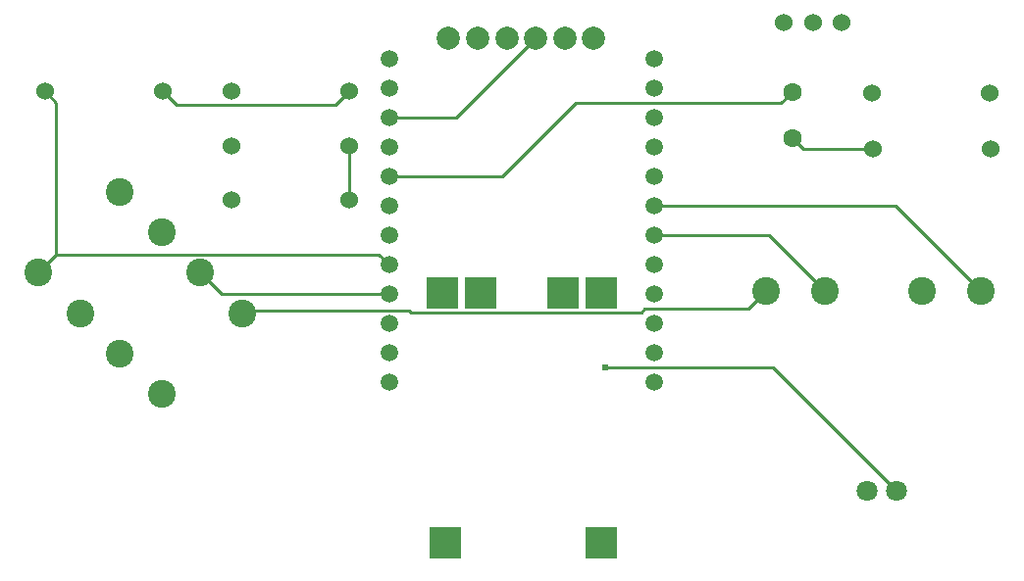
<source format=gtl>
G04 Layer: TopLayer*
G04 EasyEDA v6.4.19.5, 2021-06-24T18:33:29+08:00*
G04 aead1162afaa444bbc7f75adb803ea33,99b1a7aa48a248eb80d1c8c93250a523,10*
G04 Gerber Generator version 0.2*
G04 Scale: 100 percent, Rotated: No, Reflected: No *
G04 Dimensions in millimeters *
G04 leading zeros omitted , absolute positions ,4 integer and 5 decimal *
%FSLAX45Y45*%
%MOMM*%

%ADD11C,0.2600*%
%ADD12C,0.6100*%
%ADD13C,1.5240*%
%ADD15C,1.8000*%
%ADD16C,1.6000*%
%ADD17C,2.4000*%
%ADD18C,1.5000*%
%ADD19C,2.0000*%

%LPD*%
D11*
X5189474Y13982700D02*
G01*
X4503674Y13296900D01*
X3924300Y13296900D01*
X7175500Y11798300D02*
G01*
X7023100Y11645900D01*
X6130543Y11645900D01*
X6101841Y11617197D01*
X4109720Y11617197D01*
X4095241Y11631421D01*
X2681731Y11631421D01*
X2659125Y11609070D01*
X3924300Y11772900D02*
G01*
X2482850Y11772900D01*
X2293874Y11962129D01*
X1052576Y12117831D02*
G01*
X1052576Y13425424D01*
X952500Y13525500D01*
X3924300Y12026900D02*
G01*
X3833368Y12117831D01*
X1052576Y12117831D01*
X1052576Y12117831D02*
G01*
X896873Y11962129D01*
X8305800Y10071100D02*
G01*
X7234681Y11142218D01*
X5788913Y11142218D01*
X3581400Y12585700D02*
G01*
X3581400Y13055600D01*
X3581400Y13525500D02*
G01*
X3464052Y13407897D01*
X2086102Y13407897D01*
X1968500Y13525500D01*
X7683500Y11798300D02*
G01*
X7200900Y12280900D01*
X6210300Y12280900D01*
X6210300Y12534900D02*
G01*
X8293100Y12534900D01*
X9029700Y11798300D01*
X8102600Y13030200D02*
G01*
X7496302Y13030200D01*
X7404100Y13122402D01*
X3924300Y12788900D02*
G01*
X4902961Y12788900D01*
X5539740Y13425678D01*
X7307579Y13425678D01*
X7404100Y13522197D01*
D13*
G01*
X7831912Y14122400D03*
G01*
X7581900Y14122400D03*
G01*
X7331913Y14122400D03*
G01*
X8089900Y13512800D03*
G01*
X9105900Y13512800D03*
G01*
X8102600Y13030200D03*
G01*
X9118600Y13030200D03*
G36*
X5888098Y9491599D02*
G01*
X5888098Y9761598D01*
X5618099Y9761598D01*
X5618099Y9491599D01*
G37*
G36*
X4541898Y9491599D02*
G01*
X4541898Y9761598D01*
X4271899Y9761598D01*
X4271899Y9491599D01*
G37*
G36*
X4516498Y11650599D02*
G01*
X4516498Y11920598D01*
X4246499Y11920598D01*
X4246499Y11650599D01*
G37*
G36*
X5888098Y11650599D02*
G01*
X5888098Y11920598D01*
X5618099Y11920598D01*
X5618099Y11650599D01*
G37*
G36*
X4846698Y11650599D02*
G01*
X4846698Y11920598D01*
X4576699Y11920598D01*
X4576699Y11650599D01*
G37*
G36*
X5557898Y11650599D02*
G01*
X5557898Y11920598D01*
X5287899Y11920598D01*
X5287899Y11650599D01*
G37*
D15*
G01*
X8305800Y10071100D03*
G01*
X8051800Y10071100D03*
D13*
G01*
X1968500Y13525500D03*
G01*
X952500Y13525500D03*
G01*
X3581400Y13525500D03*
G01*
X2565400Y13525500D03*
G01*
X3581400Y12585700D03*
G01*
X2565400Y12585700D03*
G01*
X3581400Y13055600D03*
G01*
X2565400Y13055600D03*
D16*
G01*
X7404100Y13522197D03*
G01*
X7404100Y13122402D03*
D17*
G01*
X1960702Y12307646D03*
G01*
X1595297Y12660553D03*
G01*
X1960702Y10910646D03*
G01*
X1595297Y11263553D03*
G01*
X2659227Y11609146D03*
G01*
X2293772Y11962053D03*
G01*
X1262202Y11609146D03*
G01*
X896797Y11962053D03*
G01*
X7683500Y11798300D03*
G01*
X7175500Y11798300D03*
G01*
X9029700Y11798300D03*
G01*
X8521700Y11798300D03*
D18*
G01*
X3924300Y13804900D03*
G01*
X3924300Y13550900D03*
G01*
X3924300Y13296900D03*
G01*
X3924300Y13042900D03*
G01*
X3924300Y12788900D03*
G01*
X3924300Y12534900D03*
G01*
X3924300Y12280900D03*
G01*
X3924300Y12026900D03*
G01*
X3924300Y11772900D03*
G01*
X3924300Y11518900D03*
G01*
X3924300Y11264900D03*
G01*
X3924300Y11010900D03*
G01*
X6210300Y13804900D03*
G01*
X6210300Y13550900D03*
G01*
X6210300Y13296900D03*
G01*
X6210300Y13042900D03*
G01*
X6210300Y12788900D03*
G01*
X6210300Y12534900D03*
G01*
X6210300Y12280900D03*
G01*
X6210300Y11772900D03*
G01*
X6210300Y12026900D03*
G01*
X6210300Y11518900D03*
G01*
X6210300Y11264900D03*
G01*
X6210300Y11010900D03*
D19*
G01*
X5689600Y13982700D03*
G01*
X5439663Y13982700D03*
G01*
X5189474Y13982700D03*
G01*
X4939538Y13982700D03*
G01*
X4689602Y13982700D03*
G01*
X4439665Y13982700D03*
D12*
G01*
X5788913Y11142218D03*
M02*

</source>
